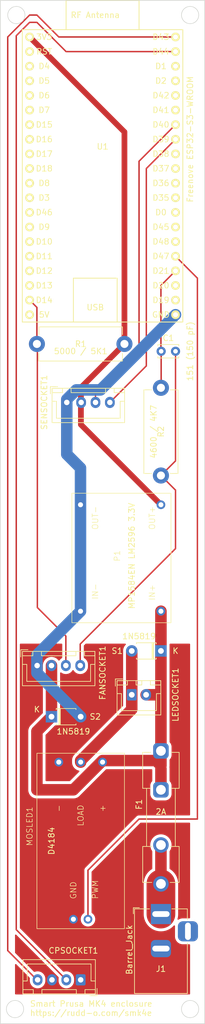
<source format=kicad_pcb>
(kicad_pcb (version 20221018) (generator pcbnew)
  (title_block (title "Smart Prusa MK4 enclosure circuit board") (rev "1.2") (comment 1 "https://rudd-o.com/smk4e") (comment 2 "License: https://creativecommons.org/licenses/by-nc/4.0/") (comment 3 "pins further apart for MOSFET module, silkscreening") (comment 4 "Revised: larger holes for Freenove devboard, MOSFET module and LDO,"))
  (layers (0 "F.Cu" signal) (31 "B.Cu" signal) (34 "B.Paste" user) (35 "F.Paste" user) (36 "B.SilkS" user "B.Silkscreen") (37 "F.SilkS" user "F.Silkscreen") (38 "B.Mask" user) (39 "F.Mask" user) (44 "Edge.Cuts" user))
  (net 0 "")
  (net 1 "fan_pwm_filtered")
  (net 2 "+24V")
  (net 3 "GND")
  (net 4 "pulse_counter")
  (net 5 "VDD")
  (net 6 "+3.3V")
  (net 26 "Net-(MOSLED1-PWM)")
  (net 34 "Net-(U1-GPIO39{slash}MTCK)")
  (net 35 "Net-(U1-GPIO40{slash}MTDO)")
  (net 39 "led_toggle")
  (net 40 "filt_toggle")
  (net 41 "Net-(F1-Pad2)")
  (net 43 "fan_pwm")
  (footprint "Resistor_THT:R_Axial_DIN0614_L14.3mm_D5.7mm_P15.24mm_Horizontal" (layer "F.Cu") (at 104.14 83.82 -90)
    (fp_text reference "R2" (at 7.62 0 90) (layer "F.SilkS"))
    (fp_text value "4600 / 4K7" (at 7.62 1.27 90) (layer "F.SilkS"))
    (fp_line (start 0.35 -2.97) (end 14.89 -2.97) (stroke (width 0.12)) (layer "F.SilkS"))
    (fp_line (start 0.35 -1.64) (end 0.35 -2.97) (stroke (width 0.12)) (layer "F.SilkS"))
    (fp_line (start 0.35 1.64) (end 0.35 2.97) (stroke (width 0.12)) (layer "F.SilkS"))
    (fp_line (start 0.35 2.97) (end 14.89 2.97) (stroke (width 0.12)) (layer "F.SilkS"))
    (fp_line (start 14.89 -2.97) (end 14.89 -1.64) (stroke (width 0.12)) (layer "F.SilkS"))
    (fp_line (start 14.89 2.97) (end 14.89 1.64) (stroke (width 0.12)) (layer "F.SilkS"))
    (pad "1" thru_hole circle (at 0 0 270) (size 2.8 2.8) (drill 1.4) (layers "*.Cu" "*.Mask") (net 1 "fan_pwm_filtered"))
    (pad "2" thru_hole oval (at 15.24 0 270) (size 2.8 2.8) (drill 1.4) (layers "*.Cu" "*.Mask") (net 43 "fan_pwm"))
  )
  (footprint "Connector_JST:JST_XH_B4B-XH-A_1x04_P2.50mm_Vertical" (layer "F.Cu") (at 87.75 86.36)
    (fp_text reference "SENSOCKET1" (at -3.93 0 90) (layer "F.SilkS"))
    (fp_text value "PINHD_1x4_Female" hide)
    (fp_line (start -2.85 -2.75) (end -2.85 -1.5) (stroke (width 0.12)) (layer "F.SilkS"))
    (fp_line (start -2.56 -2.46) (end -2.56 3.51) (stroke (width 0.12)) (layer "F.SilkS"))
    (fp_line (start -2.56 3.51) (end 10.06 3.51) (stroke (width 0.12)) (layer "F.SilkS"))
    (fp_line (start -2.55 -2.45) (end -2.55 -1.7) (stroke (width 0.12)) (layer "F.SilkS"))
    (fp_line (start -2.55 -1.7) (end -0.75 -1.7) (stroke (width 0.12)) (layer "F.SilkS"))
    (fp_line (start -2.55 -0.2) (end -1.8 -0.2) (stroke (width 0.12)) (layer "F.SilkS"))
    (fp_line (start -1.8 -0.2) (end -1.8 2.75) (stroke (width 0.12)) (layer "F.SilkS"))
    (fp_line (start -1.8 2.75) (end 3.75 2.75) (stroke (width 0.12)) (layer "F.SilkS"))
    (fp_line (start -1.6 -2.75) (end -2.85 -2.75) (stroke (width 0.12)) (layer "F.SilkS"))
    (fp_line (start -0.75 -2.45) (end -2.55 -2.45) (stroke (width 0.12)) (layer "F.SilkS"))
    (fp_line (start -0.75 -1.7) (end -0.75 -2.45) (stroke (width 0.12)) (layer "F.SilkS"))
    (fp_line (start 0.75 -2.45) (end 0.75 -1.7) (stroke (width 0.12)) (layer "F.SilkS"))
    (fp_line (start 0.75 -1.7) (end 6.75 -1.7) (stroke (width 0.12)) (layer "F.SilkS"))
    (fp_line (start 6.75 -2.45) (end 0.75 -2.45) (stroke (width 0.12)) (layer "F.SilkS"))
    (fp_line (start 6.75 -1.7) (end 6.75 -2.45) (stroke (width 0.12)) (layer "F.SilkS"))
    (fp_line (start 8.25 -2.45) (end 8.25 -1.7) (stroke (width 0.12)) (layer "F.SilkS"))
    (fp_line (start 8.25 -1.7) (end 10.05 -1.7) (stroke (width 0.12)) (layer "F.SilkS"))
    (fp_line (start 9.3 -0.2) (end 9.3 2.75) (stroke (width 0.12)) (layer "F.SilkS"))
    (fp_line (start 9.3 2.75) (end 3.75 2.75) (stroke (width 0.12)) (layer "F.SilkS"))
    (fp_line (start 10.05 -2.45) (end 8.25 -2.45) (stroke (width 0.12)) (layer "F.SilkS"))
    (fp_line (start 10.05 -1.7) (end 10.05 -2.45) (stroke (width 0.12)) (layer "F.SilkS"))
    (fp_line (start 10.05 -0.2) (end 9.3 -0.2) (stroke (width 0.12)) (layer "F.SilkS"))
    (fp_line (start 10.06 -2.46) (end -2.56 -2.46) (stroke (width 0.12)) (layer "F.SilkS"))
    (fp_line (start 10.06 3.51) (end 10.06 -2.46) (stroke (width 0.12)) (layer "F.SilkS"))
    (pad "1" thru_hole roundrect (at 0 0) (size 1.7 1.95) (drill 0.95) (layers "*.Cu" "*.Mask") (roundrect_rratio 0.1470588235) (net 3 "GND"))
    (pad "2" thru_hole oval (at 2.5 0) (size 1.7 1.95) (drill 0.95) (layers "*.Cu" "*.Mask") (net 6 "+3.3V"))
    (pad "3" thru_hole oval (at 5 0) (size 1.7 1.95) (drill 0.95) (layers "*.Cu" "*.Mask") (net 35 "Net-(U1-GPIO40{slash}MTDO)"))
    (pad "4" thru_hole oval (at 7.5 0) (size 1.7 1.95) (drill 0.95) (layers "*.Cu" "*.Mask") (net 34 "Net-(U1-GPIO39{slash}MTCK)"))
  )
  (footprint "Fuse:Fuseholder_Clip-5x20mm_Keystone_3517_Inline_P23.11x6.76mm_D1.70mm_Horizontal" (layer "F.Cu") (at 104.14 146.91 -90)
    (fp_text reference "F1" (at 9.3 3.81 90) (layer "F.SilkS"))
    (fp_text value "2A" (at 10.57 0 -180) (layer "F.SilkS"))
    (fp_line (start 0.255 -3.175) (end 0.255 -1.8) (stroke (width 0.12)) (layer "F.SilkS"))
    (fp_line (start 0.255 3.175) (end 0.255 1.8) (stroke (width 0.12)) (layer "F.SilkS"))
    (fp_line (start 6.505 -3.175) (end 0.255 -3.175) (stroke (width 0.12)) (layer "F.SilkS"))
    (fp_line (start 6.505 -3.175) (end 6.505 -1.8) (stroke (width 0.12)) (layer "F.SilkS"))
    (fp_line (start 6.505 3.175) (end 0.255 3.175) (stroke (width 0.12)) (layer "F.SilkS"))
    (fp_line (start 6.505 3.175) (end 6.505 1.8) (stroke (width 0.12)) (layer "F.SilkS"))
    (fp_line (start 16.605 -3.175) (end 16.605 -1.6) (stroke (width 0.12)) (layer "F.SilkS"))
    (fp_line (start 16.605 -2.5) (end 6.505 -2.5) (stroke (width 0.12)) (layer "F.SilkS"))
    (fp_line (start 16.605 2.5) (end 6.505 2.5) (stroke (width 0.12)) (layer "F.SilkS"))
    (fp_line (start 16.605 3.175) (end 16.605 1.6) (stroke (width 0.12)) (layer "F.SilkS"))
    (fp_line (start 16.605 3.175) (end 22.855 3.175) (stroke (width 0.12)) (layer "F.SilkS"))
    (fp_line (start 22.855 -3.175) (end 16.605 -3.175) (stroke (width 0.12)) (layer "F.SilkS"))
    (fp_line (start 22.855 -1.6) (end 22.855 -3.175) (stroke (width 0.12)) (layer "F.SilkS"))
    (fp_line (start 22.855 1.6) (end 22.855 3.175) (stroke (width 0.12)) (layer "F.SilkS"))
    (pad "1" thru_hole roundrect (at 0 0 270) (size 2.7 2.7) (drill 1.7) (layers "*.Cu" "*.Mask") (net 2 "+24V"))
    (pad "1" thru_hole roundrect (at 6.76 0 270) (size 2.7 2.7) (drill 1.7) (layers "*.Cu" "*.Mask") (net 2 "+24V"))
    (pad "2" thru_hole circle (at 16.35 0 270) (size 2.7 2.7) (drill 1.7) (layers "*.Cu" "*.Mask") (net 41 "Net-(F1-Pad2)"))
    (pad "2" thru_hole circle (at 23.11 0 270) (size 2.7 2.7) (drill 1.7) (layers "*.Cu" "*.Mask") (net 41 "Net-(F1-Pad2)"))
  )
  (footprint "Custom:D4184 MOSFET control module" (layer "F.Cu") (at 95.25 175.26 90)
    (fp_text reference "MOSLED1" (at 15.24 -13.97 90 unlocked) (layer "F.SilkS") (effects (font (thickness 0.1))))
    (fp_text value "D4184" (at 12.7 -10.16 90 unlocked) (layer "F.SilkS"))
    (fp_text user "-" (at 19.05 -8.89 90 unlocked) (layer "F.SilkS") (effects (font (thickness 0.1)) (justify right)))
    (fp_text user "PWM" (at 2.54 -2.54 90 unlocked) (layer "F.SilkS") (effects (font (thickness 0.1)) (justify left)))
    (fp_text user "LOAD" (at 19.05 -5.08 90 unlocked) (layer "F.SilkS") (effects (font (thickness 0.1)) (justify right)))
    (fp_text user "GND" (at 2.54 -6.35 90 unlocked) (layer "F.SilkS") (effects (font (thickness 0.1)) (justify left)))
    (fp_text user "+" (at 19.05 -1.27 90 unlocked) (layer "F.SilkS") (effects (font (thickness 0.1)) (justify right)))
    (fp_line (start -2.54 -12.7) (end 27.94 -12.7) (stroke (width 0.1)) (layer "F.SilkS"))
    (fp_line (start -2.54 2.54) (end -2.54 -12.7) (stroke (width 0.1)) (layer "F.SilkS"))
    (fp_line (start 27.94 -12.7) (end 27.94 2.54) (stroke (width 0.1)) (layer "F.SilkS"))
    (fp_line (start 27.94 2.54) (end -2.54 2.54) (stroke (width 0.1)) (layer "F.SilkS"))
    (pad "1" thru_hole circle (at 26.4 -1.27 90) (size 1.524 1.524) (drill 0.87) (layers "*.Cu" "*.Mask") (net 2 "+24V"))
    (pad "2" thru_hole circle (at 26.4 -5.08 90) (size 1.524 1.524) (drill 0.87) (layers "*.Cu" "*.Mask") (net 5 "VDD"))
    (pad "3" thru_hole circle (at 26.4 -8.89 90) (size 1.524 1.524) (drill 0.87) (layers "*.Cu" "*.Mask") (net 3 "GND"))
    (pad "4" thru_hole circle (at -0.9 -3.81 90) (size 1.524 1.524) (drill 0.87) (layers "*.Cu" "*.Mask") (net 26 "Net-(MOSLED1-PWM)"))
    (pad "5" thru_hole circle (at -0.9 -6.35 90) (size 1.524 1.524) (drill 0.87) (layers "*.Cu" "*.Mask") (net 3 "GND"))
  )
  (footprint "Connector_BarrelJack:BarrelJack_Horizontal" (layer "F.Cu") (at 104.14 175.26 90)
    (fp_text reference "J1" (at -9.525 0 180) (layer "F.SilkS"))
    (fp_text value "Barrel_Jack" (at -6.2 -5.5 90) (layer "F.SilkS"))
    (fp_line (start -13.8 -4.6) (end 0.9 -4.6) (stroke (width 0.12)) (layer "F.SilkS"))
    (fp_line (start -13.8 4.6) (end -13.8 -4.6) (stroke (width 0.12)) (layer "F.SilkS"))
    (fp_line (start -5 4.6) (end -13.8 4.6) (stroke (width 0.12)) (layer "F.SilkS"))
    (fp_line (start 0.05 -4.8) (end 1.1 -4.8) (stroke (width 0.12)) (layer "F.SilkS"))
    (fp_line (start 0.9 -4.6) (end 0.9 -2) (stroke (width 0.12)) (layer "F.SilkS"))
    (fp_line (start 0.9 1.9) (end 0.9 4.6) (stroke (width 0.12)) (layer "F.SilkS"))
    (fp_line (start 0.9 4.6) (end -1 4.6) (stroke (width 0.12)) (layer "F.SilkS"))
    (fp_line (start 1.1 -3.75) (end 1.1 -4.8) (stroke (width 0.12)) (layer "F.SilkS"))
    (pad "1" thru_hole rect (at 0 0 90) (size 3.5 3.5) (drill oval 1 3) (layers "*.Cu" "*.Mask") (net 41 "Net-(F1-Pad2)"))
    (pad "2" thru_hole roundrect (at -6 0 90) (size 3 3.5) (drill oval 1 3) (layers "*.Cu" "*.Mask") (net 3 "GND"))
    (pad "3" thru_hole roundrect (at -3 4.7 90) (size 3.5 3.5) (drill oval 3 1) (layers "*.Cu" "*.Mask"))
  )
  (footprint "Connector_JST:JST_XH_B4B-XH-A_1x04_P2.50mm_Vertical" (layer "F.Cu") (at 82.59 132.08)
    (fp_text reference "FANSOCKET1" (at 11.39 1.27 90) (layer "F.SilkS"))
    (fp_text value "PINHD_1x4_Female")
    (fp_line (start -2.85 -2.75) (end -2.85 -1.5) (stroke (width 0.12)) (layer "F.SilkS"))
    (fp_line (start -2.56 -2.46) (end -2.56 3.51) (stroke (width 0.12)) (layer "F.SilkS"))
    (fp_line (start -2.56 3.51) (end 10.06 3.51) (stroke (width 0.12)) (layer "F.SilkS"))
    (fp_line (start -2.55 -2.45) (end -2.55 -1.7) (stroke (width 0.12)) (layer "F.SilkS"))
    (fp_line (start -2.55 -1.7) (end -0.75 -1.7) (stroke (width 0.12)) (layer "F.SilkS"))
    (fp_line (start -2.55 -0.2) (end -1.8 -0.2) (stroke (width 0.12)) (layer "F.SilkS"))
    (fp_line (start -1.8 -0.2) (end -1.8 2.75) (stroke (width 0.12)) (layer "F.SilkS"))
    (fp_line (start -1.8 2.75) (end 3.75 2.75) (stroke (width 0.12)) (layer "F.SilkS"))
    (fp_line (start -1.6 -2.75) (end -2.85 -2.75) (stroke (width 0.12)) (layer "F.SilkS"))
    (fp_line (start -0.75 -2.45) (end -2.55 -2.45) (stroke (width 0.12)) (layer "F.SilkS"))
    (fp_line (start -0.75 -1.7) (end -0.75 -2.45) (stroke (width 0.12)) (layer "F.SilkS"))
    (fp_line (start 0.75 -2.45) (end 0.75 -1.7) (stroke (width 0.12)) (layer "F.SilkS"))
    (fp_line (start 0.75 -1.7) (end 6.75 -1.7) (stroke (width 0.12)) (layer "F.SilkS"))
    (fp_line (start 6.75 -2.45) (end 0.75 -2.45) (stroke (width 0.12)) (layer "F.SilkS"))
    (fp_line (start 6.75 -1.7) (end 6.75 -2.45) (stroke (width 0.12)) (layer "F.SilkS"))
    (fp_line (start 8.25 -2.45) (end 8.25 -1.7) (stroke (width 0.12)) (layer "F.SilkS"))
    (fp_line (start 8.25 -1.7) (end 10.05 -1.7) (stroke (width 0.12)) (layer "F.SilkS"))
    (fp_line (start 9.3 -0.2) (end 9.3 2.75) (stroke (width 0.12)) (layer "F.SilkS"))
    (fp_line (start 9.3 2.75) (end 3.75 2.75) (stroke (width 0.12)) (layer "F.SilkS"))
    (fp_line (start 10.05 -2.45) (end 8.25 -2.45) (stroke (width 0.12)) (layer "F.SilkS"))
    (fp_line (start 10.05 -1.7) (end 10.05 -2.45) (stroke (width 0.12)) (layer "F.SilkS"))
    (fp_line (start 10.05 -0.2) (end 9.3 -0.2) (stroke (width 0.12)) (layer "F.SilkS"))
    (fp_line (start 10.06 -2.46) (end -2.56 -2.46) (stroke (width 0.12)) (layer "F.SilkS"))
    (fp_line (start 10.06 3.51) (end 10.06 -2.46) (stroke (width 0.12)) (layer "F.SilkS"))
    (pad "1" thru_hole roundrect (at 0 0) (size 1.7 1.95) (drill 0.95) (layers "*.Cu" "*.Mask") (roundrect_rratio 0.1470588235) (net 3 "GND"))
    (pad "2" thru_hole oval (at 2.5 0) (size 1.7 1.95) (drill 0.95) (layers "*.Cu" "*.Mask") (net 2 "+24V"))
    (pad "3" thru_hole oval (at 5 0) (size 1.7 1.95) (drill 0.95) (layers "*.Cu" "*.Mask") (net 4 "pulse_counter"))
    (pad "4" thru_hole oval (at 7.5 0) (size 1.7 1.95) (drill 0.95) (layers "*.Cu" "*.Mask") (net 43 "fan_pwm"))
  )
  (footprint "Diode_THT:D_T-1_P5.08mm_Horizontal" (layer "F.Cu") (at 104.14 129.54 180)
    (fp_text reference "S1" (at 7.62 0) (layer "F.SilkS"))
    (fp_text value "1N5819")
    (fp_text user "1N5819" (at 3.81 2.54) (layer "F.SilkS"))
    (fp_text user "K" (at -2.54 0 180) (layer "F.SilkS"))
    (fp_line (start 0.82 -1.42) (end 4.26 -1.42) (stroke (width 0.12)) (layer "F.SilkS"))
    (fp_line (start 0.82 -1.24) (end 0.82 -1.42) (stroke (width 0.12)) (layer "F.SilkS"))
    (fp_line (start 0.82 1.24) (end 0.82 1.42) (stroke (width 0.12)) (layer "F.SilkS"))
    (fp_line (start 0.82 1.42) (end 4.26 1.42) (stroke (width 0.12)) (layer "F.SilkS"))
    (fp_line (start 1.3 -1.42) (end 1.3 1.42) (stroke (width 0.12)) (layer "F.SilkS"))
    (fp_line (start 1.42 -1.42) (end 1.42 1.42) (stroke (width 0.12)) (layer "F.SilkS"))
    (fp_line (start 1.54 -1.42) (end 1.54 1.42) (stroke (width 0.12)) (layer "F.SilkS"))
    (fp_line (start 4.26 -1.42) (end 4.26 -1.24) (stroke (width 0.12)) (layer "F.SilkS"))
    (fp_line (start 4.26 1.42) (end 4.26 1.24) (stroke (width 0.12)) (layer "F.SilkS"))
    (pad "1" thru_hole rect (at 0 0 180) (size 2 2) (drill 1) (layers "*.Cu" "*.Mask") (net 2 "+24V"))
    (pad "2" thru_hole oval (at 5.08 0 180) (size 2 2) (drill 1) (layers "*.Cu" "*.Mask") (net 5 "VDD"))
  )
  (footprint "Resistor_THT:R_Axial_DIN0614_L14.3mm_D5.7mm_P15.24mm_Horizontal" (layer "F.Cu") (at 82.55 76.2)
    (fp_text reference "R1" (at 7.62 0) (layer "F.SilkS"))
    (fp_text value "5000 / 5K1" (at 7.62 1.27) (layer "F.SilkS"))
    (fp_line (start 0.35 -2.97) (end 14.89 -2.97) (stroke (width 0.12)) (layer "F.SilkS"))
    (fp_line (start 0.35 -1.64) (end 0.35 -2.97) (stroke (width 0.12)) (layer "F.SilkS"))
    (fp_line (start 0.35 1.64) (end 0.35 2.97) (stroke (width 0.12)) (layer "F.SilkS"))
    (fp_line (start 0.35 2.97) (end 14.89 2.97) (stroke (width 0.12)) (layer "F.SilkS"))
    (fp_line (start 14.89 -2.97) (end 14.89 -1.64) (stroke (width 0.12)) (layer "F.SilkS"))
    (fp_line (start 14.89 2.97) (end 14.89 1.64) (stroke (width 0.12)) (layer "F.SilkS"))
    (pad "1" thru_hole circle (at 0 0) (size 2.8 2.8) (drill 1.4) (layers "*.Cu" "*.Mask") (net 4 "pulse_counter"))
    (pad "2" thru_hole oval (at 15.24 0) (size 2.8 2.8) (drill 1.4) (layers "*.Cu" "*.Mask") (net 6 "+3.3V"))
  )
  (footprint "Connector_JST:JST_XH_B4B-XH-A_1x04_P2.50mm_Vertical" (layer "F.Cu") (at 90.17 186.69 180)
    (fp_text reference "CPSOCKET1" (at 1.27 5.08) (layer "F.SilkS"))
    (fp_text value "PINHD_1x4_Female")
    (fp_line (start -2.85 -2.75) (end -2.85 -1.5) (stroke (width 0.12)) (layer "F.SilkS"))
    (fp_line (start -2.56 -2.46) (end -2.56 3.51) (stroke (width 0.12)) (layer "F.SilkS"))
    (fp_line (start -2.56 3.51) (end 10.06 3.51) (stroke (width 0.12)) (layer "F.SilkS"))
    (fp_line (start -2.55 -2.45) (end -2.55 -1.7) (stroke (width 0.12)) (layer "F.SilkS"))
    (fp_line (start -2.55 -1.7) (end -0.75 -1.7) (stroke (width 0.12)) (layer "F.SilkS"))
    (fp_line (start -2.55 -0.2) (end -1.8 -0.2) (stroke (width 0.12)) (layer "F.SilkS"))
    (fp_line (start -1.8 -0.2) (end -1.8 2.75) (stroke (width 0.12)) (layer "F.SilkS"))
    (fp_line (start -1.8 2.75) (end 3.75 2.75) (stroke (width 0.12)) (layer "F.SilkS"))
    (fp_line (start -1.6 -2.75) (end -2.85 -2.75) (stroke (width 0.12)) (layer "F.SilkS"))
    (fp_line (start -0.75 -2.45) (end -2.55 -2.45) (stroke (width 0.12)) (layer "F.SilkS"))
    (fp_line (start -0.75 -1.7) (end -0.75 -2.45) (stroke (width 0.12)) (layer "F.SilkS"))
    (fp_line (start 0.75 -2.45) (end 0.75 -1.7) (stroke (width 0.12)) (layer "F.SilkS"))
    (fp_line (start 0.75 -1.7) (end 6.75 -1.7) (stroke (width 0.12)) (layer "F.SilkS"))
    (fp_line (start 6.75 -2.45) (end 0.75 -2.45) (stroke (width 0.12)) (layer "F.SilkS"))
    (fp_line (start 6.75 -1.7) (end 6.75 -2.45) (stroke (width 0.12)) (layer "F.SilkS"))
    (fp_line (start 8.25 -2.45) (end 8.25 -1.7) (stroke (width 0.12)) (layer "F.SilkS"))
    (fp_line (start 8.25 -1.7) (end 10.05 -1.7) (stroke (width 0.12)) (layer "F.SilkS"))
    (fp_line (start 9.3 -0.2) (end 9.3 2.75) (stroke (width 0.12)) (layer "F.SilkS"))
    (fp_line (start 9.3 2.75) (end 3.75 2.75) (stroke (width 0.12)) (layer "F.SilkS"))
    (fp_line (start 10.05 -2.45) (end 8.25 -2.45) (stroke (width 0.12)) (layer "F.SilkS"))
    (fp_line (start 10.05 -1.7) (end 10.05 -2.45) (stroke (width 0.12)) (layer "F.SilkS"))
    (fp_line (start 10.05 -0.2) (end 9.3 -0.2) (stroke (width 0.12)) (layer "F.SilkS"))
    (fp_line (start 10.06 -2.46) (end -2.56 -2.46) (stroke (width 0.12)) (layer "F.SilkS"))
    (fp_line (start 10.06 3.51) (end 10.06 -2.46) (stroke (width 0.12)) (layer "F.SilkS"))
    (pad "1" thru_hole roundrect (at 0 0 180) (size 1.7 1.95) (drill 0.95) (layers "*.Cu" "*.Mask") (roundrect_rratio 0.1470588235) (net 3 "GND"))
    (pad "2" thru_hole oval (at 2.5 0 180) (size 1.7 1.95) (drill 0.95) (layers "*.Cu" "*.Mask") (net 40 "filt_toggle"))
    (pad "3" thru_hole oval (at 5 0 180) (size 1.7 1.95) (drill 0.95) (layers "*.Cu" "*.Mask") (net 3 "GND"))
    (pad "4" thru_hole oval (at 7.5 0 180) (size 1.7 1.95) (drill 0.95) (layers "*.Cu" "*.Mask") (net 39 "led_toggle"))
  )
  (footprint "Connector_JST:JST_XH_B2B-XH-A_1x02_P2.50mm_Vertical" (layer "F.Cu") (at 99.06 137.16)
    (fp_text reference "LEDSOCKET1" (at 7.62 0 -90) (layer "F.SilkS"))
    (fp_text value "PINHD_1x2_Female")
    (fp_line (start -2.85 -2.75) (end -2.85 -1.5) (stroke (width 0.12)) (layer "F.SilkS"))
    (fp_line (start -2.56 -2.46) (end -2.56 3.51) (stroke (width 0.12)) (layer "F.SilkS"))
    (fp_line (start -2.56 3.51) (end 5.06 3.51) (stroke (width 0.12)) (layer "F.SilkS"))
    (fp_line (start -2.55 -2.45) (end -2.55 -1.7) (stroke (width 0.12)) (layer "F.SilkS"))
    (fp_line (start -2.55 -1.7) (end -0.75 -1.7) (stroke (width 0.12)) (layer "F.SilkS"))
    (fp_line (start -2.55 -0.2) (end -1.8 -0.2) (stroke (width 0.12)) (layer "F.SilkS"))
    (fp_line (start -1.8 -0.2) (end -1.8 2.75) (stroke (width 0.12)) (layer "F.SilkS"))
    (fp_line (start -1.8 2.75) (end 1.25 2.75) (stroke (width 0.12)) (layer "F.SilkS"))
    (fp_line (start -1.6 -2.75) (end -2.85 -2.75) (stroke (width 0.12)) (layer "F.SilkS"))
    (fp_line (start -0.75 -2.45) (end -2.55 -2.45) (stroke (width 0.12)) (layer "F.SilkS"))
    (fp_line (start -0.75 -1.7) (end -0.75 -2.45) (stroke (width 0.12)) (layer "F.SilkS"))
    (fp_line (start 0.75 -2.45) (end 0.75 -1.7) (stroke (width 0.12)) (layer "F.SilkS"))
    (fp_line (start 0.75 -1.7) (end 1.75 -1.7) (stroke (width 0.12)) (layer "F.SilkS"))
    (fp_line (start 1.75 -2.45) (end 0.75 -2.45) (stroke (width 0.12)) (layer "F.SilkS"))
    (fp_line (start 1.75 -1.7) (end 1.75 -2.45) (stroke (width 0.12)) (layer "F.SilkS"))
    (fp_line (start 3.25 -2.45) (end 3.25 -1.7) (stroke (width 0.12)) (layer "F.SilkS"))
    (fp_line (start 3.25 -1.7) (end 5.05 -1.7) (stroke (width 0.12)) (layer "F.SilkS"))
    (fp_line (start 4.3 -0.2) (end 4.3 2.75) (stroke (width 0.12)) (layer "F.SilkS"))
    (fp_line (start 4.3 2.75) (end 1.25 2.75) (stroke (width 0.12)) (layer "F.SilkS"))
    (fp_line (start 5.05 -2.45) (end 3.25 -2.45) (stroke (width 0.12)) (layer "F.SilkS"))
    (fp_line (start 5.05 -1.7) (end 5.05 -2.45) (stroke (width 0.12)) (layer "F.SilkS"))
    (fp_line (start 5.05 -0.2) (end 4.3 -0.2) (stroke (width 0.12)) (layer "F.SilkS"))
    (fp_line (start 5.06 -2.46) (end -2.56 -2.46) (stroke (width 0.12)) (layer "F.SilkS"))
    (fp_line (start 5.06 3.51) (end 5.06 -2.46) (stroke (width 0.12)) (layer "F.SilkS"))
    (pad "1" thru_hole roundrect (at 0 0) (size 1.7 2) (drill 1) (layers "*.Cu" "*.Mask") (roundrect_rratio 0.1470588235) (net 5 "VDD"))
    (pad "2" thru_hole oval (at 2.5 0) (size 1.7 2) (drill 1) (layers "*.Cu" "*.Mask") (net 2 "+24V"))
  )
  (footprint "Capacitor_THT:C_Disc_D3.4mm_W2.1mm_P2.50mm" (layer "F.Cu") (at 104.18 77.47)
    (fp_text reference "C1" (at 1.25 -2.3) (layer "F.SilkS"))
    (fp_text value "151 (150 pF)" (at 5.04 0 90) (layer "F.SilkS"))
    (fp_line (start -0.57 -1.17) (end -0.57 -0.925) (stroke (width 0.12)) (layer "F.SilkS"))
    (fp_line (start -0.57 -1.17) (end 3.07 -1.17) (stroke (width 0.12)) (layer "F.SilkS"))
    (fp_line (start -0.57 0.925) (end -0.57 1.17) (stroke (width 0.12)) (layer "F.SilkS"))
    (fp_line (start -0.57 1.17) (end 3.07 1.17) (stroke (width 0.12)) (layer "F.SilkS"))
    (fp_line (start 3.07 -1.17) (end 3.07 -0.925) (stroke (width 0.12)) (layer "F.SilkS"))
    (fp_line (start 3.07 0.925) (end 3.07 1.17) (stroke (width 0.12)) (layer "F.SilkS"))
    (pad "1" thru_hole circle (at 0 0) (size 1.6 1.6) (drill 0.8) (layers "*.Cu" "*.Mask") (net 1 "fan_pwm_filtered"))
    (pad "2" thru_hole circle (at 2.5 0) (size 1.6 1.6) (drill 0.8) (layers "*.Cu" "*.Mask") (net 43 "fan_pwm"))
  )
  (footprint "Diode_THT:D_T-1_P5.08mm_Horizontal" (layer "F.Cu") (at 85.09 140.97)
    (fp_text reference "S2" (at 7.62 0) (layer "F.SilkS"))
    (fp_text value "1N5819")
    (fp_text user "1N5819" (at 3.81 2.56654 180) (layer "F.SilkS"))
    (fp_text user "K" (at -2.54 -1.27) (layer "F.SilkS"))
    (fp_line (start 0.82 -1.42) (end 4.26 -1.42) (stroke (width 0.12)) (layer "F.SilkS"))
    (fp_line (start 0.82 -1.24) (end 0.82 -1.42) (stroke (width 0.12)) (layer "F.SilkS"))
    (fp_line (start 0.82 1.24) (end 0.82 1.42) (stroke (width 0.12)) (layer "F.SilkS"))
    (fp_line (start 0.82 1.42) (end 4.26 1.42) (stroke (width 0.12)) (layer "F.SilkS"))
    (fp_line (start 1.3 -1.42) (end 1.3 1.42) (stroke (width 0.12)) (layer "F.SilkS"))
    (fp_line (start 1.42 -1.42) (end 1.42 1.42) (stroke (width 0.12)) (layer "F.SilkS"))
    (fp_line (start 1.54 -1.42) (end 1.54 1.42) (stroke (width 0.12)) (layer "F.SilkS"))
    (fp_line (start 4.26 -1.42) (end 4.26 -1.24) (stroke (width 0.12)) (layer "F.SilkS"))
    (fp_line (start 4.26 1.42) (end 4.26 1.24) (stroke (width 0.12)) (layer "F.SilkS"))
    (pad "1" thru_hole rect (at 0 0) (size 2 2) (drill 1) (layers "*.Cu" "*.Mask") (net 2 "+24V"))
    (pad "2" thru_hole oval (at 5.08 0) (size 2 2) (drill 1) (layers "*.Cu" "*.Mask") (net 3 "GND"))
  )
  (footprint "Custom:Freenove ESP32-S3-WROOM" (layer "F.Cu") (at 81.28 71.12)
    (fp_text reference "U1" (at 12.7 -29.21) (layer "F.SilkS"))
    (fp_text value "Freenove ESP32-S3-WROOM" (at 27.94 -30.48 90) (layer "F.SilkS"))
    (fp_text user "D39" (at 22.86 -30.48) (layer "F.SilkS"))
    (fp_text user "D14" (at 2.54 -2.54) (layer "F.SilkS"))
    (fp_text user "D42" (at 22.86 -38.1) (layer "F.SilkS"))
    (fp_text user "D47" (at 22.86 -10.16) (layer "F.SilkS"))
    (fp_text user "D4" (at 2.54 -43.18) (layer "F.SilkS"))
    (fp_text user "D36" (at 22.86 -22.86) (layer "F.SilkS"))
    (fp_text user "D5" (at 2.54 -40.64) (layer "F.SilkS"))
    (fp_text user "D46" (at 2.54 -17.78) (layer "F.SilkS"))
    (fp_text user "D11" (at 2.54 -10.16) (layer "F.SilkS"))
    (fp_text user "3V3" (at 2.54 -48.26) (layer "F.SilkS"))
    (fp_text user "D7" (at 2.54 -35.56) (layer "F.SilkS"))
    (fp_text user "D38" (at 22.86 -27.94) (layer "F.SilkS"))
    (fp_text user "D37" (at 22.86 -25.4) (layer "F.SilkS"))
    (fp_text user "D45" (at 22.86 -15.24) (layer "F.SilkS"))
    (fp_text user "D40" (at 22.86 -33.02) (layer "F.SilkS"))
    (fp_text user "D43" (at 22.86 -48.26) (layer "F.SilkS"))
    (fp_text user "GND" (at 22.86 0) (layer "F.SilkS"))
    (fp_text user "D6" (at 2.54 -38.1) (layer "F.SilkS"))
    (fp_text user "D19" (at 22.86 -2.54) (layer "F.SilkS"))
    (fp_text user "D41" (at 22.86 -35.56) (layer "F.SilkS"))
    (fp_text user "D15" (at 2.54 -33.02) (layer "F.SilkS"))
    (fp_text user "D9" (at 2.54 -15.24) (layer "F.SilkS"))
    (fp_text user "5V" (at 2.54 0) (layer "F.SilkS"))
    (fp_text user "RF Antenna" (at 11.43 -52.07) (layer "F.SilkS"))
    (fp_text user "D10" (at 2.54 -12.7) (layer "F.SilkS"))
    (fp_text user "D0" (at 22.86 -17.78) (layer "F.SilkS"))
    (fp_text user "D48" (at 22.86 -12.7) (layer "F.SilkS"))
    (fp_text user "D2" (at 22.86 -40.64) (layer "F.SilkS"))
    (fp_text user "USB" (at 11.43 -1.27) (layer "F.SilkS"))
    (fp_text user "D21" (at 22.86 -7.62) (layer "F.SilkS"))
    (fp_text user "D3" (at 2.54 -20.32) (layer "F.SilkS"))
    (fp_text user "D13" (at 2.54 -5.08) (layer "F.SilkS"))
    (fp_text user "D8" (at 2.54 -22.86) (layer "F.SilkS"))
    (fp_text user "RST" (at 2.54 -45.72) (layer "F.SilkS"))
    (fp_text user "D12" (at 2.54 -7.62) (layer "F.SilkS"))
    (fp_text user "D16" (at 2.54 -30.48) (layer "F.SilkS"))
    (fp_text user "D20" (at 22.86 -5.08) (layer "F.SilkS"))
    (fp_text user "D44" (at 22.86 -45.72) (layer "F.SilkS"))
    (fp_text user "D35" (at 22.86 -20.32) (layer "F.SilkS"))
    (fp_text user "D1" (at 22.86 -43.18) (layer "F.SilkS"))
    (fp_text user "D18" (at 2.54 -25.4) (layer "F.SilkS"))
    (fp_text user "D17" (at 2.54 -27.94) (layer "F.SilkS"))
    (fp_line (start -1.27 -49.53) (end -1.27 1.27) (stroke (width 0.15)) (layer "F.SilkS"))
    (fp_line (start 6.35 -54.61) (end 6.35 -49.53) (stroke (width 0.15)) (layer "F.SilkS"))
    (fp_line (start 7.62 1.27) (end -1.27 1.27) (stroke (width 0.15)) (layer "F.SilkS"))
    (fp_line (start 7.62 1.27) (end 7.62 -6.35) (stroke (width 0.15)) (layer "F.SilkS"))
    (fp_line (start 7.63 -6.35) (end 15.23 -6.35) (stroke (width 0.15)) (layer "F.SilkS"))
    (fp_line (start 15.24 -6.35) (end 15.24 1.27) (stroke (width 0.15)) (layer "F.SilkS"))
    (fp_line (start 15.24 1.27) (end 7.62 1.27) (stroke (width 0.15)) (layer "F.SilkS"))
    (fp_line (start 19.05 -54.61) (end 6.35 -54.61) (stroke (width 0.15)) (layer "F.SilkS"))
    (fp_line (start 19.05 -49.53) (end 19.05 -54.61) (stroke (width 0.15)) (layer "F.SilkS"))
    (fp_line (start 26.67 -49.53) (end -1.27 -49.53) (stroke (width 0.15)) (layer "F.SilkS"))
    (fp_line (start 26.67 -49.53) (end 26.67 1.27) (stroke (width 0.15)) (layer "F.SilkS"))
    (fp_line (start 26.67 1.27) (end 15.24 1.27) (stroke (width 0.15)) (layer "F.SilkS"))
    (pad "-1" thru_hole circle (at 0 -45.72) (size 1.524 1.524) (drill 0.87) (layers "*.Cu" "*.Mask" "F.SilkS"))
    (pad "2" thru_hole circle (at 0 -48.26) (size 1.524 1.524) (drill 0.87) (layers "*.Cu" "*.Mask" "F.SilkS") (net 6 "+3.3V"))
    (pad "4" thru_hole circle (at 0 -43.18) (size 1.524 1.524) (drill 0.87) (layers "*.Cu" "*.Mask" "F.SilkS"))
    (pad "5" thru_hole circle (at 0 -40.64) (size 1.524 1.524) (drill 0.87) (layers "*.Cu" "*.Mask" "F.SilkS"))
    (pad "6" thru_hole circle (at 0 -38.1) (size 1.524 1.524) (drill 0.87) (layers "*.Cu" "*.Mask" "F.SilkS"))
    (pad "7" thru_hole circle (at 0 -35.56) (size 1.524 1.524) (drill 0.87) (layers "*.Cu" "*.Mask" "F.SilkS"))
    (pad "8" thru_hole circle (at 0 -33.02) (size 1.524 1.524) (drill 0.87) (layers "*.Cu" "*.Mask" "F.SilkS"))
    (pad "9" thru_hole circle (at 0 -30.48) (size 1.524 1.524) (drill 0.87) (layers "*.Cu" "*.Mask" "F.SilkS"))
    (pad "10" thru_hole circle (at 0 -27.94) (size 1.524 1.524) (drill 0.87) (layers "*.Cu" "*.Mask" "F.SilkS"))
    (pad "11" thru_hole circle (at 0 -25.4) (size 1.524 1.524) (drill 0.87) (layers "*.Cu" "*.Mask" "F.SilkS"))
    (pad "12" thru_hole circle (at 0 -22.86) (size 1.524 1.524) (drill 0.87) (layers "*.Cu" "*.Mask" "F.SilkS"))
    (pad "13" thru_hole circle (at 0 -20.32) (size 1.524 1.524) (drill 0.87) (layers "*.Cu" "*.Mask" "F.SilkS"))
    (pad "14" thru_hole circle (at 0 -17.78) (size 1.524 1.524) (drill 0.87) (layers "*.Cu" "*.Mask" "F.SilkS"))
    (pad "15" thru_hole circle (at 0 -15.24) (size 1.524 1.524) (drill 0.87) (layers "*.Cu" "*.Mask" "F.SilkS"))
    (pad "16" thru_hole circle (at 0 -12.7) (size 1.524 1.524) (drill 0.87) (layers "*.Cu" "*.Mask" "F.SilkS"))
    (pad "17" thru_hole circle (at 0 -10.16) (size 1.524 1.524) (drill 0.87) (layers "*.Cu" "*.Mask" "F.SilkS"))
    (pad "18" thru_hole circle (at 0 -7.62) (size 1.524 1.524) (drill 0.87) (layers "*.Cu" "*.Mask" "F.SilkS"))
    (pad "19" thru_hole circle (at 0 -5.08) (size 1.524 1.524) (drill 0.87) (layers "*.Cu" "*.Mask" "F.SilkS"))
    (pad "20" thru_hole circle (at 0 -2.54) (size 1.524 1.524) (drill 0.87) (layers "*.Cu" "*.Mask" "F.SilkS") (net 4 "pulse_counter"))
    (pad "21" thru_hole circle (at 0 0) (size 1.524 1.524) (drill 0.87) (layers "*.Cu" "*.Mask" "F.SilkS"))
    (pad "25" thru_hole circle (at 25.4 -2.54) (size 1.524 1.524) (drill 0.87) (layers "*.Cu" "*.Mask" "F.SilkS"))
    (pad "26" thru_hole circle (at 25.4 -5.08) (size 1.524 1.524) (drill 0.87) (layers "*.Cu" "*.Mask" "F.SilkS"))
    (pad "27" thru_hole circle (at 25.4 -7.62) (size 1.524 1.524) (drill 0.87) (layers "*.Cu" "*.Mask" "F.SilkS") (net 1 "fan_pwm_filtered"))
    (pad "28" thru_hole circle (at 25.4 -10.16) (size 1.524 1.524) (drill 0.87) (layers "*.Cu" "*.Mask" "F.SilkS") (net 26 "Net-(MOSLED1-PWM)"))
    (pad "29" thru_hole circle (at 25.4 -12.7) (size 1.524 1.524) (drill 0.87) (layers "*.Cu" "*.Mask" "F.SilkS"))
    (pad "30" thru_hole circle (at 25.4 -15.24) (size 1.524 1.524) (drill 0.87) (layers "*.Cu" "*.Mask" "F.SilkS"))
    (pad "31" thru_hole circle (at 25.4 -17.78) (size 1.524 1.524) (drill 0.87) (layers "*.Cu" "*.Mask" "F.SilkS"))
    (pad "32" thru_hole circle (at 25.4 -20.32) (size 1.524 1.524) (drill 0.87) (layers "*.Cu" "*.Mask" "F.SilkS"))
    (pad "33" thru_hole circle (at 25.4 -22.86) (size 1.524 1.524) (drill 0.87) (layers "*.Cu" "*.Mask" "F.SilkS"))
    (pad "34" thru_hole circle (at 25.4 -25.4) (size 1.524 1.524) (drill 0.87) (layers "*.Cu" "*.Mask" "F.SilkS"))
    (pad "35" thru_hole circle (at 25.4 -27.94) (size 1.524 1.524) (drill 0.87) (layers "*.Cu" "*.Mask" "F.SilkS"))
    (pad "36" thru_hole circle (at 25.4 -30.48) (size 1.524 1.524) (drill 0.87) (layers "*.Cu" "*.Mask" "F.SilkS") (net 34 "Net-(U1-GPIO39{slash}MTCK)"))
    (pad "37" thru_hole circle (at 25.4 -33.02) (size 1.524 1.524) (drill 0.87) (layers "*.Cu" "*.Mask" "F.SilkS") (net 35 "Net-(U1-GPIO40{slash}MTDO)"))
    (pad "38" thru_hole circle (at 25.4 -35.56) (size 1.524 1.524) (drill 0.87) (layers "*.Cu" "*.Mask" "F.SilkS"))
    (pad "39" thru_hole circle (at 25.4 -38.1) (size 1.524 1.524) (drill 0.87) (layers "*.Cu" "*.Mask" "F.SilkS"))
    (pad "40" thru_hole circle (at 25.4 -40.64) (size 1.524 1.524) (drill 0.87) (layers "*.Cu" "*.Mask" "F.SilkS"))
    (pad "41" thru_hole circle (at 25.4 -43.18) (size 1.524 1.524) (drill 0.87) (layers "*.Cu" "*.Mask" "F.SilkS"))
    (pad "42" thru_hole circle (at 25.4 -45.72) (size 1.524 1.524) (drill 0.87) (layers "*.Cu" "*.Mask" "F.SilkS") (net 40 "filt_toggle"))
    (pad "43" thru_hole circle (at 25.4 -48.26) (size 1.524 1.524) (drill 0.87) (layers "*.Cu" "*.Mask" "F.SilkS") (net 39 "led_toggle"))
    (pad "44" thru_hole circle (at 25.4 0) (size 1.524 1.524) (drill 0.87) (layers "*.Cu" "*.Mask" "F.SilkS") (net 3 "GND"))
  )
  (footprint "Custom:MP1584EN LM2596" (layer "F.Cu") (at 88.64 124.64 90)
    (fp_text reference "P1" (at 11.61 7.88 90 unlocked) (layer "F.SilkS") (effects (font (thickness 0.1))))
    (fp_text value "MP1584EN LM2596 3.3V" (at 11.61 10.42 90 unlocked) (layer "F.SilkS"))
    (fp_text user "OUT+" (at 20.32 13.97 90 unlocked) (layer "F.SilkS") (effects (font (thickness 0.1)) (justify right)))
    (fp_text user "IN-" (at 3.99 4.07 90 unlocked) (layer "F.SilkS") (effects (font (thickness 0.1)) (justify left)))
    (fp_text user "OUT-" (at 20.32 4.07 90 unlocked) (layer "F.SilkS") (effects (font (thickness 0.1)) (justify right)))
    (fp_text user "IN+" (at 3.81 13.97 90 unlocked) (layer "F.SilkS") (effects (font (thickness 0.1)) (justify left)))
    (fp_line (start 0 0) (end 22.5 0) (stroke (width 0.1)) (layer "F.SilkS"))
    (fp_line (start 0 17.25) (end 0 0) (stroke (width 0.1)) (layer "F.SilkS"))
    (fp_line (start 0 17.25) (end 22.5 17.25) (stroke (width 0.1)) (layer "F.SilkS"))
    (fp_line (start 22.5 0) (end 22.5 17.25) (stroke (width 0.1)) (layer "F.SilkS"))
    (pad "1" thru_hole circle (at 2 15.5 90) (size 1.524 1.524) (drill 0.87) (layers "*.Cu" "*.Mask") (net 2 "+24V"))
    (pad "2" thru_hole circle (at 2 1.5 90) (size 1.524 1.524) (drill 0.87) (layers "*.Cu" "*.Mask") (net 3 "GND"))
    (pad "2" thru_hole circle (at 20.5 1.5 90) (size 1.524 1.524) (drill 0.87) (layers "*.Cu" "*.Mask") (net 3 "GND"))
    (pad "3" thru_hole circle (at 20.5 15.5 90) (size 1.524 1.524) (drill 0.87) (layers "*.Cu" "*.Mask") (net 6 "+3.3V"))
  )
  (gr_line (start 111.76 16.51) (end 111.76 194.31) (stroke (width 0.1)) (layer "Edge.Cuts"))
  (gr_circle (center 78.97 19.05) (end 80.47 19.05) (stroke (width 0.1)) (fill none) (layer "Edge.Cuts"))
  (gr_circle (center 109.22 191.77) (end 110.72 191.77) (stroke (width 0.1)) (fill none) (layer "Edge.Cuts"))
  (gr_circle (center 78.74 191.77) (end 80.24 191.77) (stroke (width 0.1)) (fill none) (layer "Edge.Cuts"))
  (gr_line (start 76.2 16.51) (end 111.76 16.51) (stroke (width 0.1)) (layer "Edge.Cuts"))
  (gr_circle (center 109.22 19.05) (end 110.72 19.05) (stroke (width 0.1)) (fill none) (layer "Edge.Cuts"))
  (gr_line (start 111.76 194.31) (end 76.2 194.31) (stroke (width 0.1)) (layer "Edge.Cuts"))
  (gr_line (start 76.2 194.31) (end 76.2 16.51) (stroke (width 0.1)) (layer "Edge.Cuts"))
  (gr_text "Smart Prusa MK4 enclosure\nhttps://rudd-o.com/smk4e" (at 81.28 193.04) (layer "F.SilkS") (effects (font (size 1 1)) (justify left bottom)))
  (segment (start 104.14 66.04) (end 104.14 77.43) (width 0.25) (layer "F.Cu") (net 1))
  (segment (start 106.68 63.5) (end 104.14 66.04) (width 0.25) (layer "F.Cu") (net 1))
  (segment (start 104.18 77.47) (end 104.18 83.78) (width 0.25) (layer "F.Cu") (net 1))
  (segment (start 104.14 137.16) (end 104.14 149.45) (width 2) (layer "F.Cu") (net 2))
  (segment (start 104.14 149.45) (end 103.28 148.59) (width 2) (layer "F.Cu") (net 2))
  (segment (start 104.14 137.16) (end 104.14 129.54) (width 2) (layer "F.Cu") (net 2))
  (segment (start 82.55 153.67) (end 82.55 143.51) (width 2) (layer "F.Cu") (net 2))
  (segment (start 101.56 137.16) (end 104.14 137.16) (width 2) (layer "F.Cu") (net 2))
  (segment (start 93.98 148.59) (end 88.9 153.67) (width 2) (layer "F.Cu") (net 2))
  (segment (start 82.55 143.51) (end 85.09 140.97) (width 2) (layer "F.Cu") (net 2))
  (segment (start 85.09 140.97) (end 85.09 132.08) (width 2) (layer "F.Cu") (net 2))
  (segment (start 103.28 148.59) (end 93.98 148.59) (width 2) (layer "F.Cu") (net 2))
  (segment (start 104.14 150.02) (end 104.14 153.67) (width 2) (layer "F.Cu") (net 2))
  (segment (start 104.14 122.64) (end 104.14 129.54) (width 2) (layer "F.Cu") (net 2))
  (segment (start 88.9 153.67) (end 82.55 153.67) (width 2) (layer "F.Cu") (net 2))
  (segment (start 87.75 95.37) (end 87.75 85.835862) (width 2) (layer "B.Cu") (net 3))
  (segment (start 93.615 84.185) (end 106.68 71.12) (width 2) (layer "B.Cu") (net 3))
  (segment (start 82.55 133.35) (end 82.55 130.23) (width 2) (layer "B.Cu") (net 3))
  (segment (start 90.14 122.64) (end 90.14 97.76) (width 2) (layer "B.Cu") (net 3))
  (segment (start 90.17 140.97) (end 82.55 133.35) (width 2) (layer "B.Cu") (net 3))
  (segment (start 87.75 85.835862) (end 89.400862 84.185) (width 2) (layer "B.Cu") (net 3))
  (segment (start 82.55 130.23) (end 90.14 122.64) (width 2) (layer "B.Cu") (net 3))
  (segment (start 90.14 97.76) (end 87.75 95.37) (width 2) (layer "B.Cu") (net 3))
  (segment (start 89.400862 84.185) (end 93.615 84.185) (width 2) (layer "B.Cu") (net 3))
  (segment (start 82.55 76.2) (end 82.55 69.85) (width 0.25) (layer "F.Cu") (net 4))
  (segment (start 82.55 69.85) (end 81.28 68.58) (width 0.25) (layer "F.Cu") (net 4))
  (segment (start 87.59 126.96) (end 82.63 122) (width 0.25) (layer "F.Cu") (net 4))
  (segment (start 82.63 122) (end 82.63 76.28) (width 0.25) (layer "F.Cu") (net 4))
  (segment (start 87.59 132.08) (end 87.59 126.96) (width 0.25) (layer "F.Cu") (net 4))
  (segment (start 99.06 137.16) (end 99.06 129.54) (width 2) (layer "F.Cu") (net 5))
  (segment (start 90.17 148.59) (end 99.06 139.7) (width 2) (layer "F.Cu") (net 5))
  (segment (start 90.17 148.86) (end 90.17 148.59) (width 2) (layer "F.Cu") (net 5))
  (segment (start 99.06 139.7) (end 99.06 137.16) (width 2) (layer "F.Cu") (net 5))
  (segment (start 97.79 39.37) (end 97.79 76.2) (width 1) (layer "F.Cu") (net 6))
  (segment (start 90.21 90.21) (end 90.21 83.78) (width 1) (layer "F.Cu") (net 6))
  (segment (start 104.14 104.14) (end 90.21 90.21) (width 1) (layer "F.Cu") (net 6))
  (segment (start 90.21 83.78) (end 97.79 76.2) (width 1) (layer "F.Cu") (net 6))
  (segment (start 81.28 22.86) (end 97.79 39.37) (width 1) (layer "F.Cu") (net 6))
  (segment (start 110.49 158.75) (end 100.33 158.75) (width 0.25) (layer "F.Cu") (net 26))
  (segment (start 100.33 158.75) (end 91.44 167.64) (width 0.25) (layer "F.Cu") (net 26))
  (segment (start 91.44 167.64) (end 91.44 176.16) (width 0.25) (layer "F.Cu") (net 26))
  (segment (start 106.68 60.96) (end 110.49 64.77) (width 0.25) (layer "F.Cu") (net 26))
  (segment (start 110.49 64.77) (end 110.49 158.75) (width 0.25) (layer "F.Cu") (net 26))
  (segment (start 101.6 45.72) (end 106.68 40.64) (width 0.25) (layer "F.Cu") (net 34))
  (segment (start 95.21 86.4) (end 101.6 80.01) (width 0.25) (layer "F.Cu") (net 34))
  (segment (start 101.6 80.01) (end 101.6 45.72) (width 0.25) (layer "F.Cu") (net 34))
  (segment (start 92.75 85.05) (end 100.33 77.47) (width 0.25) (layer "F.Cu") (net 35))
  (segment (start 100.33 77.47) (end 100.33 44.45) (width 0.25) (layer "F.Cu") (net 35))
  (segment (start 100.33 44.45) (end 106.68 38.1) (width 0.25) (layer "F.Cu") (net 35))
  (segment (start 92.75 86.36) (end 92.75 85.05) (width 0.25) (layer "F.Cu") (net 35))
  (segment (start 82.55 186.69) (end 77.47 181.61) (width 0.25) (layer "F.Cu") (net 39))
  (segment (start 86.36 22.86) (end 106.68 22.86) (width 0.25) (layer "F.Cu") (net 39))
  (segment (start 77.47 22.86) (end 81.28 19.05) (width 0.25) (layer "F.Cu") (net 39))
  (segment (start 77.47 181.61) (end 77.47 22.86) (width 0.25) (layer "F.Cu") (net 39))
  (segment (start 81.28 19.05) (end 82.55 19.05) (width 0.25) (layer "F.Cu") (net 39))
  (segment (start 82.55 19.05) (end 86.36 22.86) (width 0.25) (layer "F.Cu") (net 39))
  (segment (start 87.63 25.4) (end 106.68 25.4) (width 0.25) (layer "F.Cu") (net 40))
  (segment (start 81.28 20.32) (end 82.55 20.32) (width 0.25) (layer "F.Cu") (net 40))
  (segment (start 82.55 20.32) (end 87.63 25.4) (width 0.25) (layer "F.Cu") (net 40))
  (segment (start 78.955 22.645) (end 81.28 20.32) (width 0.25) (layer "F.Cu") (net 40))
  (segment (start 78.955 177.975) (end 78.955 22.645) (width 0.25) (layer "F.Cu") (net 40))
  (segment (start 87.67 186.69) (end 78.955 177.975) (width 0.25) (layer "F.Cu") (net 40))
  (segment (start 104.14 175.26) (end 104.14 170.02) (width 5) (layer "F.Cu") (net 41))
  (segment (start 104.14 163.26) (end 104.14 173.13) (width 2) (layer "F.Cu") (net 41))
  (segment (start 106.68 111.76) (end 90.09 128.35) (width 0.25) (layer "F.Cu") (net 43))
  (segment (start 104.14 99.06) (end 106.68 101.6) (width 0.25) (layer "F.Cu") (net 43))
  (segment (start 106.68 96.52) (end 104.14 99.06) (width 0.25) (layer "F.Cu") (net 43))
  (segment (start 106.68 101.6) (end 106.68 111.76) (width 0.25) (layer "F.Cu") (net 43))
  (segment (start 90.09 128.35) (end 90.09 132.08) (width 0.25) (layer "F.Cu") (net 43))
  (segment (start 106.68 77.47) (end 106.68 96.52) (width 0.25) (layer "F.Cu") (net 43))
  (zone (net 3) (net_name "GND") (layer "F.Cu") (connect_pads yes (clearance 0.5)) (min_thickness 0.25) (fill yes (thermal_gap 0.5) (thermal_bridge_width 0.5))
    (polygon (pts (xy 78.74 128.27) (xy 109.22 128.27) (xy 109.22 189.23) (xy 78.74 189.23)))
  )
)
</source>
